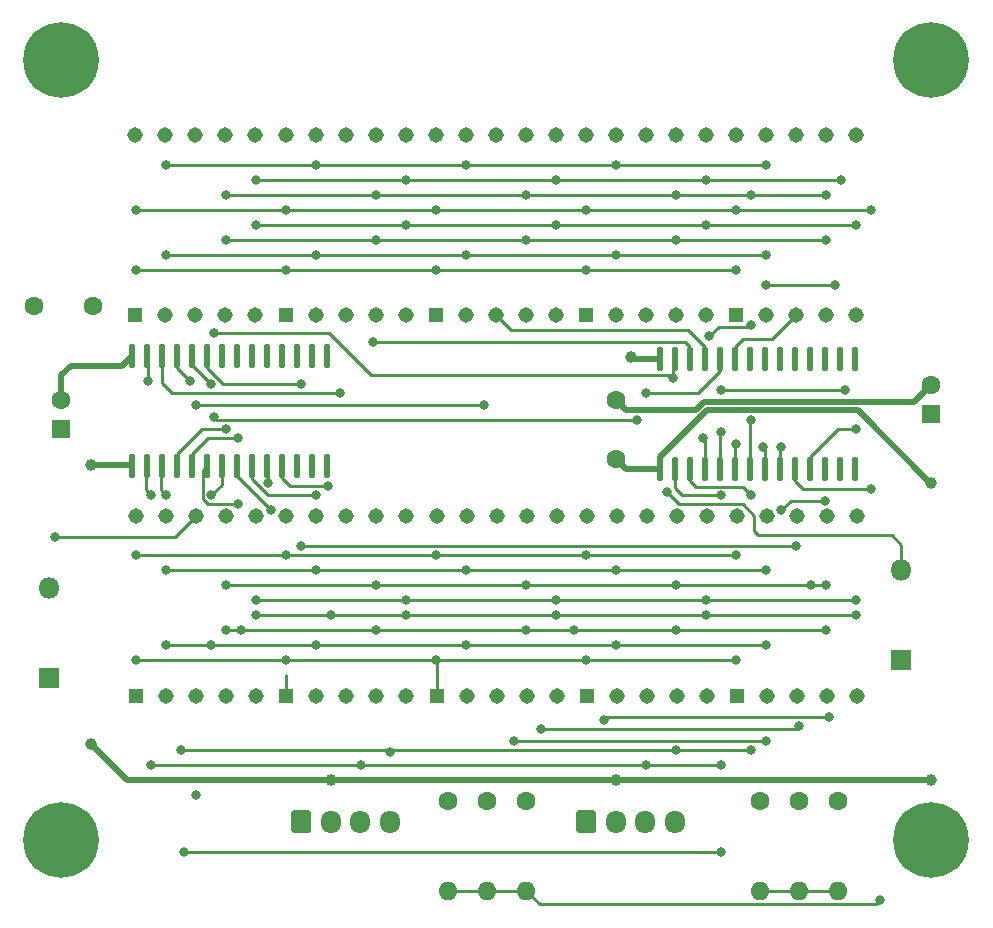
<source format=gbr>
%TF.GenerationSoftware,KiCad,Pcbnew,5.1.9-73d0e3b20d~88~ubuntu20.04.1*%
%TF.CreationDate,2021-05-01T11:52:03+02:00*%
%TF.ProjectId,anna_elsa_credit_display,616e6e61-5f65-46c7-9361-5f6372656469,rev?*%
%TF.SameCoordinates,Original*%
%TF.FileFunction,Copper,L2,Bot*%
%TF.FilePolarity,Positive*%
%FSLAX46Y46*%
G04 Gerber Fmt 4.6, Leading zero omitted, Abs format (unit mm)*
G04 Created by KiCad (PCBNEW 5.1.9-73d0e3b20d~88~ubuntu20.04.1) date 2021-05-01 11:52:03*
%MOMM*%
%LPD*%
G01*
G04 APERTURE LIST*
%TA.AperFunction,ComponentPad*%
%ADD10C,1.308000*%
%TD*%
%TA.AperFunction,ComponentPad*%
%ADD11R,1.308000X1.308000*%
%TD*%
%TA.AperFunction,ComponentPad*%
%ADD12O,1.800000X1.800000*%
%TD*%
%TA.AperFunction,ComponentPad*%
%ADD13R,1.800000X1.800000*%
%TD*%
%TA.AperFunction,ComponentPad*%
%ADD14O,1.600000X1.600000*%
%TD*%
%TA.AperFunction,ComponentPad*%
%ADD15C,1.600000*%
%TD*%
%TA.AperFunction,ComponentPad*%
%ADD16R,1.600000X1.600000*%
%TD*%
%TA.AperFunction,ComponentPad*%
%ADD17C,6.400000*%
%TD*%
%TA.AperFunction,ComponentPad*%
%ADD18O,1.700000X1.950000*%
%TD*%
%TA.AperFunction,ViaPad*%
%ADD19C,0.800000*%
%TD*%
%TA.AperFunction,ViaPad*%
%ADD20C,1.000000*%
%TD*%
%TA.AperFunction,Conductor*%
%ADD21C,0.250000*%
%TD*%
%TA.AperFunction,Conductor*%
%ADD22C,0.500000*%
%TD*%
G04 APERTURE END LIST*
D10*
%TO.P,D4,10*%
%TO.N,/G_1*%
X133320000Y-39380000D03*
%TO.P,D4,9*%
%TO.N,/F_1*%
X135860000Y-39380000D03*
%TO.P,D4,8*%
%TO.N,/7_SEG_4*%
X138400000Y-39380000D03*
%TO.P,D4,7*%
%TO.N,/A_1*%
X140940000Y-39380000D03*
%TO.P,D4,6*%
%TO.N,/B_1*%
X143480000Y-39380000D03*
%TO.P,D4,5*%
%TO.N,/DP_1*%
X143480000Y-54620000D03*
%TO.P,D4,4*%
%TO.N,/C_1*%
X140940000Y-54620000D03*
%TO.P,D4,3*%
%TO.N,/7_SEG_4*%
X138400000Y-54620000D03*
%TO.P,D4,2*%
%TO.N,/D_1*%
X135860000Y-54620000D03*
D11*
%TO.P,D4,1*%
%TO.N,/E_1*%
X133320000Y-54620000D03*
%TD*%
D12*
%TO.P,D12,2*%
%TO.N,/7_SEG_1*%
X160020000Y-76200000D03*
D13*
%TO.P,D12,1*%
%TO.N,Net-(D12-Pad1)*%
X160020000Y-83820000D03*
%TD*%
D12*
%TO.P,D11,2*%
%TO.N,/7_SEG_6*%
X87884000Y-77724000D03*
D13*
%TO.P,D11,1*%
%TO.N,Net-(D11-Pad1)*%
X87884000Y-85344000D03*
%TD*%
D14*
%TO.P,R6,2*%
%TO.N,Net-(D12-Pad1)*%
X121666000Y-103378000D03*
D15*
%TO.P,R6,1*%
%TO.N,Net-(JP6-Pad1)*%
X121666000Y-95758000D03*
%TD*%
D14*
%TO.P,R5,2*%
%TO.N,Net-(D12-Pad1)*%
X124968000Y-103378000D03*
D15*
%TO.P,R5,1*%
%TO.N,Net-(JP5-Pad1)*%
X124968000Y-95758000D03*
%TD*%
D14*
%TO.P,R4,2*%
%TO.N,Net-(D12-Pad1)*%
X128270000Y-103378000D03*
D15*
%TO.P,R4,1*%
%TO.N,Net-(JP4-Pad1)*%
X128270000Y-95758000D03*
%TD*%
D14*
%TO.P,R3,2*%
%TO.N,Net-(D11-Pad1)*%
X148082000Y-103378000D03*
D15*
%TO.P,R3,1*%
%TO.N,Net-(JP3-Pad1)*%
X148082000Y-95758000D03*
%TD*%
D14*
%TO.P,R2,2*%
%TO.N,Net-(D11-Pad1)*%
X151384000Y-103378000D03*
D15*
%TO.P,R2,1*%
%TO.N,Net-(JP2-Pad1)*%
X151384000Y-95758000D03*
%TD*%
D14*
%TO.P,R1,2*%
%TO.N,Net-(D11-Pad1)*%
X154686000Y-103378000D03*
D15*
%TO.P,R1,1*%
%TO.N,Net-(JP1-Pad1)*%
X154686000Y-95758000D03*
%TD*%
%TO.P,C4,2*%
%TO.N,GND*%
X162560000Y-60492000D03*
D16*
%TO.P,C4,1*%
%TO.N,+5V*%
X162560000Y-62992000D03*
%TD*%
D15*
%TO.P,C3,2*%
%TO.N,GND*%
X135890000Y-61802000D03*
%TO.P,C3,1*%
%TO.N,+5V*%
X135890000Y-66802000D03*
%TD*%
%TO.P,C2,2*%
%TO.N,GND*%
X88900000Y-61762000D03*
D16*
%TO.P,C2,1*%
%TO.N,+5V*%
X88900000Y-64262000D03*
%TD*%
D15*
%TO.P,C1,2*%
%TO.N,GND*%
X91614000Y-53848000D03*
%TO.P,C1,1*%
%TO.N,+5V*%
X86614000Y-53848000D03*
%TD*%
%TO.P,J4,15*%
%TO.N,Net-(J4-Pad15)*%
%TA.AperFunction,SMDPad,CuDef*%
G36*
G01*
X111241500Y-66388000D02*
X111516500Y-66388000D01*
G75*
G02*
X111654000Y-66525500I0J-137500D01*
G01*
X111654000Y-68250500D01*
G75*
G02*
X111516500Y-68388000I-137500J0D01*
G01*
X111241500Y-68388000D01*
G75*
G02*
X111104000Y-68250500I0J137500D01*
G01*
X111104000Y-66525500D01*
G75*
G02*
X111241500Y-66388000I137500J0D01*
G01*
G37*
%TD.AperFunction*%
%TO.P,J4,16*%
%TO.N,Net-(J4-Pad16)*%
%TA.AperFunction,SMDPad,CuDef*%
G36*
G01*
X109971500Y-66388000D02*
X110246500Y-66388000D01*
G75*
G02*
X110384000Y-66525500I0J-137500D01*
G01*
X110384000Y-68250500D01*
G75*
G02*
X110246500Y-68388000I-137500J0D01*
G01*
X109971500Y-68388000D01*
G75*
G02*
X109834000Y-68250500I0J137500D01*
G01*
X109834000Y-66525500D01*
G75*
G02*
X109971500Y-66388000I137500J0D01*
G01*
G37*
%TD.AperFunction*%
%TO.P,J4,14*%
%TO.N,Net-(J4-Pad14)*%
%TA.AperFunction,SMDPad,CuDef*%
G36*
G01*
X111241500Y-57088000D02*
X111516500Y-57088000D01*
G75*
G02*
X111654000Y-57225500I0J-137500D01*
G01*
X111654000Y-58950500D01*
G75*
G02*
X111516500Y-59088000I-137500J0D01*
G01*
X111241500Y-59088000D01*
G75*
G02*
X111104000Y-58950500I0J137500D01*
G01*
X111104000Y-57225500D01*
G75*
G02*
X111241500Y-57088000I137500J0D01*
G01*
G37*
%TD.AperFunction*%
%TO.P,J4,13*%
%TO.N,Net-(J4-Pad13)*%
%TA.AperFunction,SMDPad,CuDef*%
G36*
G01*
X109971500Y-57088000D02*
X110246500Y-57088000D01*
G75*
G02*
X110384000Y-57225500I0J-137500D01*
G01*
X110384000Y-58950500D01*
G75*
G02*
X110246500Y-59088000I-137500J0D01*
G01*
X109971500Y-59088000D01*
G75*
G02*
X109834000Y-58950500I0J137500D01*
G01*
X109834000Y-57225500D01*
G75*
G02*
X109971500Y-57088000I137500J0D01*
G01*
G37*
%TD.AperFunction*%
%TO.P,J4,28*%
%TO.N,+5V*%
%TA.AperFunction,SMDPad,CuDef*%
G36*
G01*
X94731500Y-66388000D02*
X95006500Y-66388000D01*
G75*
G02*
X95144000Y-66525500I0J-137500D01*
G01*
X95144000Y-68250500D01*
G75*
G02*
X95006500Y-68388000I-137500J0D01*
G01*
X94731500Y-68388000D01*
G75*
G02*
X94594000Y-68250500I0J137500D01*
G01*
X94594000Y-66525500D01*
G75*
G02*
X94731500Y-66388000I137500J0D01*
G01*
G37*
%TD.AperFunction*%
%TO.P,J4,27*%
%TO.N,SDA*%
%TA.AperFunction,SMDPad,CuDef*%
G36*
G01*
X96001500Y-66388000D02*
X96276500Y-66388000D01*
G75*
G02*
X96414000Y-66525500I0J-137500D01*
G01*
X96414000Y-68250500D01*
G75*
G02*
X96276500Y-68388000I-137500J0D01*
G01*
X96001500Y-68388000D01*
G75*
G02*
X95864000Y-68250500I0J137500D01*
G01*
X95864000Y-66525500D01*
G75*
G02*
X96001500Y-66388000I137500J0D01*
G01*
G37*
%TD.AperFunction*%
%TO.P,J4,26*%
%TO.N,SCL*%
%TA.AperFunction,SMDPad,CuDef*%
G36*
G01*
X97271500Y-66388000D02*
X97546500Y-66388000D01*
G75*
G02*
X97684000Y-66525500I0J-137500D01*
G01*
X97684000Y-68250500D01*
G75*
G02*
X97546500Y-68388000I-137500J0D01*
G01*
X97271500Y-68388000D01*
G75*
G02*
X97134000Y-68250500I0J137500D01*
G01*
X97134000Y-66525500D01*
G75*
G02*
X97271500Y-66388000I137500J0D01*
G01*
G37*
%TD.AperFunction*%
%TO.P,J4,25*%
%TO.N,/A_2*%
%TA.AperFunction,SMDPad,CuDef*%
G36*
G01*
X98541500Y-66388000D02*
X98816500Y-66388000D01*
G75*
G02*
X98954000Y-66525500I0J-137500D01*
G01*
X98954000Y-68250500D01*
G75*
G02*
X98816500Y-68388000I-137500J0D01*
G01*
X98541500Y-68388000D01*
G75*
G02*
X98404000Y-68250500I0J137500D01*
G01*
X98404000Y-66525500D01*
G75*
G02*
X98541500Y-66388000I137500J0D01*
G01*
G37*
%TD.AperFunction*%
%TO.P,J4,24*%
%TO.N,/B_2*%
%TA.AperFunction,SMDPad,CuDef*%
G36*
G01*
X99811500Y-66388000D02*
X100086500Y-66388000D01*
G75*
G02*
X100224000Y-66525500I0J-137500D01*
G01*
X100224000Y-68250500D01*
G75*
G02*
X100086500Y-68388000I-137500J0D01*
G01*
X99811500Y-68388000D01*
G75*
G02*
X99674000Y-68250500I0J137500D01*
G01*
X99674000Y-66525500D01*
G75*
G02*
X99811500Y-66388000I137500J0D01*
G01*
G37*
%TD.AperFunction*%
%TO.P,J4,23*%
%TO.N,/C_2*%
%TA.AperFunction,SMDPad,CuDef*%
G36*
G01*
X101081500Y-66388000D02*
X101356500Y-66388000D01*
G75*
G02*
X101494000Y-66525500I0J-137500D01*
G01*
X101494000Y-68250500D01*
G75*
G02*
X101356500Y-68388000I-137500J0D01*
G01*
X101081500Y-68388000D01*
G75*
G02*
X100944000Y-68250500I0J137500D01*
G01*
X100944000Y-66525500D01*
G75*
G02*
X101081500Y-66388000I137500J0D01*
G01*
G37*
%TD.AperFunction*%
%TO.P,J4,22*%
%TO.N,/D_2*%
%TA.AperFunction,SMDPad,CuDef*%
G36*
G01*
X102351500Y-66388000D02*
X102626500Y-66388000D01*
G75*
G02*
X102764000Y-66525500I0J-137500D01*
G01*
X102764000Y-68250500D01*
G75*
G02*
X102626500Y-68388000I-137500J0D01*
G01*
X102351500Y-68388000D01*
G75*
G02*
X102214000Y-68250500I0J137500D01*
G01*
X102214000Y-66525500D01*
G75*
G02*
X102351500Y-66388000I137500J0D01*
G01*
G37*
%TD.AperFunction*%
%TO.P,J4,21*%
%TO.N,/E_2*%
%TA.AperFunction,SMDPad,CuDef*%
G36*
G01*
X103621500Y-66388000D02*
X103896500Y-66388000D01*
G75*
G02*
X104034000Y-66525500I0J-137500D01*
G01*
X104034000Y-68250500D01*
G75*
G02*
X103896500Y-68388000I-137500J0D01*
G01*
X103621500Y-68388000D01*
G75*
G02*
X103484000Y-68250500I0J137500D01*
G01*
X103484000Y-66525500D01*
G75*
G02*
X103621500Y-66388000I137500J0D01*
G01*
G37*
%TD.AperFunction*%
%TO.P,J4,20*%
%TO.N,/F_2*%
%TA.AperFunction,SMDPad,CuDef*%
G36*
G01*
X104891500Y-66388000D02*
X105166500Y-66388000D01*
G75*
G02*
X105304000Y-66525500I0J-137500D01*
G01*
X105304000Y-68250500D01*
G75*
G02*
X105166500Y-68388000I-137500J0D01*
G01*
X104891500Y-68388000D01*
G75*
G02*
X104754000Y-68250500I0J137500D01*
G01*
X104754000Y-66525500D01*
G75*
G02*
X104891500Y-66388000I137500J0D01*
G01*
G37*
%TD.AperFunction*%
%TO.P,J4,19*%
%TO.N,/G_2*%
%TA.AperFunction,SMDPad,CuDef*%
G36*
G01*
X106161500Y-66388000D02*
X106436500Y-66388000D01*
G75*
G02*
X106574000Y-66525500I0J-137500D01*
G01*
X106574000Y-68250500D01*
G75*
G02*
X106436500Y-68388000I-137500J0D01*
G01*
X106161500Y-68388000D01*
G75*
G02*
X106024000Y-68250500I0J137500D01*
G01*
X106024000Y-66525500D01*
G75*
G02*
X106161500Y-66388000I137500J0D01*
G01*
G37*
%TD.AperFunction*%
%TO.P,J4,18*%
%TO.N,/DP_2*%
%TA.AperFunction,SMDPad,CuDef*%
G36*
G01*
X107431500Y-66388000D02*
X107706500Y-66388000D01*
G75*
G02*
X107844000Y-66525500I0J-137500D01*
G01*
X107844000Y-68250500D01*
G75*
G02*
X107706500Y-68388000I-137500J0D01*
G01*
X107431500Y-68388000D01*
G75*
G02*
X107294000Y-68250500I0J137500D01*
G01*
X107294000Y-66525500D01*
G75*
G02*
X107431500Y-66388000I137500J0D01*
G01*
G37*
%TD.AperFunction*%
%TO.P,J4,17*%
%TO.N,Net-(J4-Pad17)*%
%TA.AperFunction,SMDPad,CuDef*%
G36*
G01*
X108701500Y-66388000D02*
X108976500Y-66388000D01*
G75*
G02*
X109114000Y-66525500I0J-137500D01*
G01*
X109114000Y-68250500D01*
G75*
G02*
X108976500Y-68388000I-137500J0D01*
G01*
X108701500Y-68388000D01*
G75*
G02*
X108564000Y-68250500I0J137500D01*
G01*
X108564000Y-66525500D01*
G75*
G02*
X108701500Y-66388000I137500J0D01*
G01*
G37*
%TD.AperFunction*%
%TO.P,J4,12*%
%TO.N,Net-(J4-Pad12)*%
%TA.AperFunction,SMDPad,CuDef*%
G36*
G01*
X108701500Y-57088000D02*
X108976500Y-57088000D01*
G75*
G02*
X109114000Y-57225500I0J-137500D01*
G01*
X109114000Y-58950500D01*
G75*
G02*
X108976500Y-59088000I-137500J0D01*
G01*
X108701500Y-59088000D01*
G75*
G02*
X108564000Y-58950500I0J137500D01*
G01*
X108564000Y-57225500D01*
G75*
G02*
X108701500Y-57088000I137500J0D01*
G01*
G37*
%TD.AperFunction*%
%TO.P,J4,11*%
%TO.N,Net-(J4-Pad11)*%
%TA.AperFunction,SMDPad,CuDef*%
G36*
G01*
X107431500Y-57088000D02*
X107706500Y-57088000D01*
G75*
G02*
X107844000Y-57225500I0J-137500D01*
G01*
X107844000Y-58950500D01*
G75*
G02*
X107706500Y-59088000I-137500J0D01*
G01*
X107431500Y-59088000D01*
G75*
G02*
X107294000Y-58950500I0J137500D01*
G01*
X107294000Y-57225500D01*
G75*
G02*
X107431500Y-57088000I137500J0D01*
G01*
G37*
%TD.AperFunction*%
%TO.P,J4,10*%
%TO.N,Net-(J4-Pad10)*%
%TA.AperFunction,SMDPad,CuDef*%
G36*
G01*
X106161500Y-57088000D02*
X106436500Y-57088000D01*
G75*
G02*
X106574000Y-57225500I0J-137500D01*
G01*
X106574000Y-58950500D01*
G75*
G02*
X106436500Y-59088000I-137500J0D01*
G01*
X106161500Y-59088000D01*
G75*
G02*
X106024000Y-58950500I0J137500D01*
G01*
X106024000Y-57225500D01*
G75*
G02*
X106161500Y-57088000I137500J0D01*
G01*
G37*
%TD.AperFunction*%
%TO.P,J4,9*%
%TO.N,Net-(J4-Pad9)*%
%TA.AperFunction,SMDPad,CuDef*%
G36*
G01*
X104891500Y-57088000D02*
X105166500Y-57088000D01*
G75*
G02*
X105304000Y-57225500I0J-137500D01*
G01*
X105304000Y-58950500D01*
G75*
G02*
X105166500Y-59088000I-137500J0D01*
G01*
X104891500Y-59088000D01*
G75*
G02*
X104754000Y-58950500I0J137500D01*
G01*
X104754000Y-57225500D01*
G75*
G02*
X104891500Y-57088000I137500J0D01*
G01*
G37*
%TD.AperFunction*%
%TO.P,J4,8*%
%TO.N,Net-(J4-Pad8)*%
%TA.AperFunction,SMDPad,CuDef*%
G36*
G01*
X103621500Y-57088000D02*
X103896500Y-57088000D01*
G75*
G02*
X104034000Y-57225500I0J-137500D01*
G01*
X104034000Y-58950500D01*
G75*
G02*
X103896500Y-59088000I-137500J0D01*
G01*
X103621500Y-59088000D01*
G75*
G02*
X103484000Y-58950500I0J137500D01*
G01*
X103484000Y-57225500D01*
G75*
G02*
X103621500Y-57088000I137500J0D01*
G01*
G37*
%TD.AperFunction*%
%TO.P,J4,7*%
%TO.N,Net-(J4-Pad7)*%
%TA.AperFunction,SMDPad,CuDef*%
G36*
G01*
X102351500Y-57088000D02*
X102626500Y-57088000D01*
G75*
G02*
X102764000Y-57225500I0J-137500D01*
G01*
X102764000Y-58950500D01*
G75*
G02*
X102626500Y-59088000I-137500J0D01*
G01*
X102351500Y-59088000D01*
G75*
G02*
X102214000Y-58950500I0J137500D01*
G01*
X102214000Y-57225500D01*
G75*
G02*
X102351500Y-57088000I137500J0D01*
G01*
G37*
%TD.AperFunction*%
%TO.P,J4,6*%
%TO.N,/7_SEG_10*%
%TA.AperFunction,SMDPad,CuDef*%
G36*
G01*
X101081500Y-57088000D02*
X101356500Y-57088000D01*
G75*
G02*
X101494000Y-57225500I0J-137500D01*
G01*
X101494000Y-58950500D01*
G75*
G02*
X101356500Y-59088000I-137500J0D01*
G01*
X101081500Y-59088000D01*
G75*
G02*
X100944000Y-58950500I0J137500D01*
G01*
X100944000Y-57225500D01*
G75*
G02*
X101081500Y-57088000I137500J0D01*
G01*
G37*
%TD.AperFunction*%
%TO.P,J4,5*%
%TO.N,/7_SEG_9*%
%TA.AperFunction,SMDPad,CuDef*%
G36*
G01*
X99811500Y-57088000D02*
X100086500Y-57088000D01*
G75*
G02*
X100224000Y-57225500I0J-137500D01*
G01*
X100224000Y-58950500D01*
G75*
G02*
X100086500Y-59088000I-137500J0D01*
G01*
X99811500Y-59088000D01*
G75*
G02*
X99674000Y-58950500I0J137500D01*
G01*
X99674000Y-57225500D01*
G75*
G02*
X99811500Y-57088000I137500J0D01*
G01*
G37*
%TD.AperFunction*%
%TO.P,J4,4*%
%TO.N,/7_SEG_8*%
%TA.AperFunction,SMDPad,CuDef*%
G36*
G01*
X98541500Y-57088000D02*
X98816500Y-57088000D01*
G75*
G02*
X98954000Y-57225500I0J-137500D01*
G01*
X98954000Y-58950500D01*
G75*
G02*
X98816500Y-59088000I-137500J0D01*
G01*
X98541500Y-59088000D01*
G75*
G02*
X98404000Y-58950500I0J137500D01*
G01*
X98404000Y-57225500D01*
G75*
G02*
X98541500Y-57088000I137500J0D01*
G01*
G37*
%TD.AperFunction*%
%TO.P,J4,3*%
%TO.N,/7_SEG_7*%
%TA.AperFunction,SMDPad,CuDef*%
G36*
G01*
X97271500Y-57088000D02*
X97546500Y-57088000D01*
G75*
G02*
X97684000Y-57225500I0J-137500D01*
G01*
X97684000Y-58950500D01*
G75*
G02*
X97546500Y-59088000I-137500J0D01*
G01*
X97271500Y-59088000D01*
G75*
G02*
X97134000Y-58950500I0J137500D01*
G01*
X97134000Y-57225500D01*
G75*
G02*
X97271500Y-57088000I137500J0D01*
G01*
G37*
%TD.AperFunction*%
%TO.P,J4,2*%
%TO.N,/7_SEG_6*%
%TA.AperFunction,SMDPad,CuDef*%
G36*
G01*
X96001500Y-57088000D02*
X96276500Y-57088000D01*
G75*
G02*
X96414000Y-57225500I0J-137500D01*
G01*
X96414000Y-58950500D01*
G75*
G02*
X96276500Y-59088000I-137500J0D01*
G01*
X96001500Y-59088000D01*
G75*
G02*
X95864000Y-58950500I0J137500D01*
G01*
X95864000Y-57225500D01*
G75*
G02*
X96001500Y-57088000I137500J0D01*
G01*
G37*
%TD.AperFunction*%
%TO.P,J4,1*%
%TO.N,GND*%
%TA.AperFunction,SMDPad,CuDef*%
G36*
G01*
X94731500Y-57088000D02*
X95006500Y-57088000D01*
G75*
G02*
X95144000Y-57225500I0J-137500D01*
G01*
X95144000Y-58950500D01*
G75*
G02*
X95006500Y-59088000I-137500J0D01*
G01*
X94731500Y-59088000D01*
G75*
G02*
X94594000Y-58950500I0J137500D01*
G01*
X94594000Y-57225500D01*
G75*
G02*
X94731500Y-57088000I137500J0D01*
G01*
G37*
%TD.AperFunction*%
%TD*%
%TO.P,J1,15*%
%TO.N,Net-(J1-Pad15)*%
%TA.AperFunction,SMDPad,CuDef*%
G36*
G01*
X155945500Y-66642000D02*
X156220500Y-66642000D01*
G75*
G02*
X156358000Y-66779500I0J-137500D01*
G01*
X156358000Y-68504500D01*
G75*
G02*
X156220500Y-68642000I-137500J0D01*
G01*
X155945500Y-68642000D01*
G75*
G02*
X155808000Y-68504500I0J137500D01*
G01*
X155808000Y-66779500D01*
G75*
G02*
X155945500Y-66642000I137500J0D01*
G01*
G37*
%TD.AperFunction*%
%TO.P,J1,16*%
%TO.N,Net-(J1-Pad16)*%
%TA.AperFunction,SMDPad,CuDef*%
G36*
G01*
X154675500Y-66642000D02*
X154950500Y-66642000D01*
G75*
G02*
X155088000Y-66779500I0J-137500D01*
G01*
X155088000Y-68504500D01*
G75*
G02*
X154950500Y-68642000I-137500J0D01*
G01*
X154675500Y-68642000D01*
G75*
G02*
X154538000Y-68504500I0J137500D01*
G01*
X154538000Y-66779500D01*
G75*
G02*
X154675500Y-66642000I137500J0D01*
G01*
G37*
%TD.AperFunction*%
%TO.P,J1,14*%
%TO.N,Net-(J1-Pad14)*%
%TA.AperFunction,SMDPad,CuDef*%
G36*
G01*
X155945500Y-57342000D02*
X156220500Y-57342000D01*
G75*
G02*
X156358000Y-57479500I0J-137500D01*
G01*
X156358000Y-59204500D01*
G75*
G02*
X156220500Y-59342000I-137500J0D01*
G01*
X155945500Y-59342000D01*
G75*
G02*
X155808000Y-59204500I0J137500D01*
G01*
X155808000Y-57479500D01*
G75*
G02*
X155945500Y-57342000I137500J0D01*
G01*
G37*
%TD.AperFunction*%
%TO.P,J1,13*%
%TO.N,Net-(J1-Pad13)*%
%TA.AperFunction,SMDPad,CuDef*%
G36*
G01*
X154675500Y-57342000D02*
X154950500Y-57342000D01*
G75*
G02*
X155088000Y-57479500I0J-137500D01*
G01*
X155088000Y-59204500D01*
G75*
G02*
X154950500Y-59342000I-137500J0D01*
G01*
X154675500Y-59342000D01*
G75*
G02*
X154538000Y-59204500I0J137500D01*
G01*
X154538000Y-57479500D01*
G75*
G02*
X154675500Y-57342000I137500J0D01*
G01*
G37*
%TD.AperFunction*%
%TO.P,J1,28*%
%TO.N,+5V*%
%TA.AperFunction,SMDPad,CuDef*%
G36*
G01*
X139435500Y-66642000D02*
X139710500Y-66642000D01*
G75*
G02*
X139848000Y-66779500I0J-137500D01*
G01*
X139848000Y-68504500D01*
G75*
G02*
X139710500Y-68642000I-137500J0D01*
G01*
X139435500Y-68642000D01*
G75*
G02*
X139298000Y-68504500I0J137500D01*
G01*
X139298000Y-66779500D01*
G75*
G02*
X139435500Y-66642000I137500J0D01*
G01*
G37*
%TD.AperFunction*%
%TO.P,J1,27*%
%TO.N,SDA*%
%TA.AperFunction,SMDPad,CuDef*%
G36*
G01*
X140705500Y-66642000D02*
X140980500Y-66642000D01*
G75*
G02*
X141118000Y-66779500I0J-137500D01*
G01*
X141118000Y-68504500D01*
G75*
G02*
X140980500Y-68642000I-137500J0D01*
G01*
X140705500Y-68642000D01*
G75*
G02*
X140568000Y-68504500I0J137500D01*
G01*
X140568000Y-66779500D01*
G75*
G02*
X140705500Y-66642000I137500J0D01*
G01*
G37*
%TD.AperFunction*%
%TO.P,J1,26*%
%TO.N,SCL*%
%TA.AperFunction,SMDPad,CuDef*%
G36*
G01*
X141975500Y-66642000D02*
X142250500Y-66642000D01*
G75*
G02*
X142388000Y-66779500I0J-137500D01*
G01*
X142388000Y-68504500D01*
G75*
G02*
X142250500Y-68642000I-137500J0D01*
G01*
X141975500Y-68642000D01*
G75*
G02*
X141838000Y-68504500I0J137500D01*
G01*
X141838000Y-66779500D01*
G75*
G02*
X141975500Y-66642000I137500J0D01*
G01*
G37*
%TD.AperFunction*%
%TO.P,J1,25*%
%TO.N,/A_1*%
%TA.AperFunction,SMDPad,CuDef*%
G36*
G01*
X143245500Y-66642000D02*
X143520500Y-66642000D01*
G75*
G02*
X143658000Y-66779500I0J-137500D01*
G01*
X143658000Y-68504500D01*
G75*
G02*
X143520500Y-68642000I-137500J0D01*
G01*
X143245500Y-68642000D01*
G75*
G02*
X143108000Y-68504500I0J137500D01*
G01*
X143108000Y-66779500D01*
G75*
G02*
X143245500Y-66642000I137500J0D01*
G01*
G37*
%TD.AperFunction*%
%TO.P,J1,24*%
%TO.N,/B_1*%
%TA.AperFunction,SMDPad,CuDef*%
G36*
G01*
X144515500Y-66642000D02*
X144790500Y-66642000D01*
G75*
G02*
X144928000Y-66779500I0J-137500D01*
G01*
X144928000Y-68504500D01*
G75*
G02*
X144790500Y-68642000I-137500J0D01*
G01*
X144515500Y-68642000D01*
G75*
G02*
X144378000Y-68504500I0J137500D01*
G01*
X144378000Y-66779500D01*
G75*
G02*
X144515500Y-66642000I137500J0D01*
G01*
G37*
%TD.AperFunction*%
%TO.P,J1,23*%
%TO.N,/C_1*%
%TA.AperFunction,SMDPad,CuDef*%
G36*
G01*
X145785500Y-66642000D02*
X146060500Y-66642000D01*
G75*
G02*
X146198000Y-66779500I0J-137500D01*
G01*
X146198000Y-68504500D01*
G75*
G02*
X146060500Y-68642000I-137500J0D01*
G01*
X145785500Y-68642000D01*
G75*
G02*
X145648000Y-68504500I0J137500D01*
G01*
X145648000Y-66779500D01*
G75*
G02*
X145785500Y-66642000I137500J0D01*
G01*
G37*
%TD.AperFunction*%
%TO.P,J1,22*%
%TO.N,/D_1*%
%TA.AperFunction,SMDPad,CuDef*%
G36*
G01*
X147055500Y-66642000D02*
X147330500Y-66642000D01*
G75*
G02*
X147468000Y-66779500I0J-137500D01*
G01*
X147468000Y-68504500D01*
G75*
G02*
X147330500Y-68642000I-137500J0D01*
G01*
X147055500Y-68642000D01*
G75*
G02*
X146918000Y-68504500I0J137500D01*
G01*
X146918000Y-66779500D01*
G75*
G02*
X147055500Y-66642000I137500J0D01*
G01*
G37*
%TD.AperFunction*%
%TO.P,J1,21*%
%TO.N,/E_1*%
%TA.AperFunction,SMDPad,CuDef*%
G36*
G01*
X148325500Y-66642000D02*
X148600500Y-66642000D01*
G75*
G02*
X148738000Y-66779500I0J-137500D01*
G01*
X148738000Y-68504500D01*
G75*
G02*
X148600500Y-68642000I-137500J0D01*
G01*
X148325500Y-68642000D01*
G75*
G02*
X148188000Y-68504500I0J137500D01*
G01*
X148188000Y-66779500D01*
G75*
G02*
X148325500Y-66642000I137500J0D01*
G01*
G37*
%TD.AperFunction*%
%TO.P,J1,20*%
%TO.N,/F_1*%
%TA.AperFunction,SMDPad,CuDef*%
G36*
G01*
X149595500Y-66642000D02*
X149870500Y-66642000D01*
G75*
G02*
X150008000Y-66779500I0J-137500D01*
G01*
X150008000Y-68504500D01*
G75*
G02*
X149870500Y-68642000I-137500J0D01*
G01*
X149595500Y-68642000D01*
G75*
G02*
X149458000Y-68504500I0J137500D01*
G01*
X149458000Y-66779500D01*
G75*
G02*
X149595500Y-66642000I137500J0D01*
G01*
G37*
%TD.AperFunction*%
%TO.P,J1,19*%
%TO.N,/G_1*%
%TA.AperFunction,SMDPad,CuDef*%
G36*
G01*
X150865500Y-66642000D02*
X151140500Y-66642000D01*
G75*
G02*
X151278000Y-66779500I0J-137500D01*
G01*
X151278000Y-68504500D01*
G75*
G02*
X151140500Y-68642000I-137500J0D01*
G01*
X150865500Y-68642000D01*
G75*
G02*
X150728000Y-68504500I0J137500D01*
G01*
X150728000Y-66779500D01*
G75*
G02*
X150865500Y-66642000I137500J0D01*
G01*
G37*
%TD.AperFunction*%
%TO.P,J1,18*%
%TO.N,/DP_1*%
%TA.AperFunction,SMDPad,CuDef*%
G36*
G01*
X152135500Y-66642000D02*
X152410500Y-66642000D01*
G75*
G02*
X152548000Y-66779500I0J-137500D01*
G01*
X152548000Y-68504500D01*
G75*
G02*
X152410500Y-68642000I-137500J0D01*
G01*
X152135500Y-68642000D01*
G75*
G02*
X151998000Y-68504500I0J137500D01*
G01*
X151998000Y-66779500D01*
G75*
G02*
X152135500Y-66642000I137500J0D01*
G01*
G37*
%TD.AperFunction*%
%TO.P,J1,17*%
%TO.N,Net-(J1-Pad17)*%
%TA.AperFunction,SMDPad,CuDef*%
G36*
G01*
X153405500Y-66642000D02*
X153680500Y-66642000D01*
G75*
G02*
X153818000Y-66779500I0J-137500D01*
G01*
X153818000Y-68504500D01*
G75*
G02*
X153680500Y-68642000I-137500J0D01*
G01*
X153405500Y-68642000D01*
G75*
G02*
X153268000Y-68504500I0J137500D01*
G01*
X153268000Y-66779500D01*
G75*
G02*
X153405500Y-66642000I137500J0D01*
G01*
G37*
%TD.AperFunction*%
%TO.P,J1,12*%
%TO.N,Net-(J1-Pad12)*%
%TA.AperFunction,SMDPad,CuDef*%
G36*
G01*
X153405500Y-57342000D02*
X153680500Y-57342000D01*
G75*
G02*
X153818000Y-57479500I0J-137500D01*
G01*
X153818000Y-59204500D01*
G75*
G02*
X153680500Y-59342000I-137500J0D01*
G01*
X153405500Y-59342000D01*
G75*
G02*
X153268000Y-59204500I0J137500D01*
G01*
X153268000Y-57479500D01*
G75*
G02*
X153405500Y-57342000I137500J0D01*
G01*
G37*
%TD.AperFunction*%
%TO.P,J1,11*%
%TO.N,Net-(J1-Pad11)*%
%TA.AperFunction,SMDPad,CuDef*%
G36*
G01*
X152135500Y-57342000D02*
X152410500Y-57342000D01*
G75*
G02*
X152548000Y-57479500I0J-137500D01*
G01*
X152548000Y-59204500D01*
G75*
G02*
X152410500Y-59342000I-137500J0D01*
G01*
X152135500Y-59342000D01*
G75*
G02*
X151998000Y-59204500I0J137500D01*
G01*
X151998000Y-57479500D01*
G75*
G02*
X152135500Y-57342000I137500J0D01*
G01*
G37*
%TD.AperFunction*%
%TO.P,J1,10*%
%TO.N,Net-(J1-Pad10)*%
%TA.AperFunction,SMDPad,CuDef*%
G36*
G01*
X150865500Y-57342000D02*
X151140500Y-57342000D01*
G75*
G02*
X151278000Y-57479500I0J-137500D01*
G01*
X151278000Y-59204500D01*
G75*
G02*
X151140500Y-59342000I-137500J0D01*
G01*
X150865500Y-59342000D01*
G75*
G02*
X150728000Y-59204500I0J137500D01*
G01*
X150728000Y-57479500D01*
G75*
G02*
X150865500Y-57342000I137500J0D01*
G01*
G37*
%TD.AperFunction*%
%TO.P,J1,9*%
%TO.N,Net-(J1-Pad9)*%
%TA.AperFunction,SMDPad,CuDef*%
G36*
G01*
X149595500Y-57342000D02*
X149870500Y-57342000D01*
G75*
G02*
X150008000Y-57479500I0J-137500D01*
G01*
X150008000Y-59204500D01*
G75*
G02*
X149870500Y-59342000I-137500J0D01*
G01*
X149595500Y-59342000D01*
G75*
G02*
X149458000Y-59204500I0J137500D01*
G01*
X149458000Y-57479500D01*
G75*
G02*
X149595500Y-57342000I137500J0D01*
G01*
G37*
%TD.AperFunction*%
%TO.P,J1,8*%
%TO.N,Net-(J1-Pad8)*%
%TA.AperFunction,SMDPad,CuDef*%
G36*
G01*
X148325500Y-57342000D02*
X148600500Y-57342000D01*
G75*
G02*
X148738000Y-57479500I0J-137500D01*
G01*
X148738000Y-59204500D01*
G75*
G02*
X148600500Y-59342000I-137500J0D01*
G01*
X148325500Y-59342000D01*
G75*
G02*
X148188000Y-59204500I0J137500D01*
G01*
X148188000Y-57479500D01*
G75*
G02*
X148325500Y-57342000I137500J0D01*
G01*
G37*
%TD.AperFunction*%
%TO.P,J1,7*%
%TO.N,Net-(J1-Pad7)*%
%TA.AperFunction,SMDPad,CuDef*%
G36*
G01*
X147055500Y-57342000D02*
X147330500Y-57342000D01*
G75*
G02*
X147468000Y-57479500I0J-137500D01*
G01*
X147468000Y-59204500D01*
G75*
G02*
X147330500Y-59342000I-137500J0D01*
G01*
X147055500Y-59342000D01*
G75*
G02*
X146918000Y-59204500I0J137500D01*
G01*
X146918000Y-57479500D01*
G75*
G02*
X147055500Y-57342000I137500J0D01*
G01*
G37*
%TD.AperFunction*%
%TO.P,J1,6*%
%TO.N,/7_SEG_5*%
%TA.AperFunction,SMDPad,CuDef*%
G36*
G01*
X145785500Y-57342000D02*
X146060500Y-57342000D01*
G75*
G02*
X146198000Y-57479500I0J-137500D01*
G01*
X146198000Y-59204500D01*
G75*
G02*
X146060500Y-59342000I-137500J0D01*
G01*
X145785500Y-59342000D01*
G75*
G02*
X145648000Y-59204500I0J137500D01*
G01*
X145648000Y-57479500D01*
G75*
G02*
X145785500Y-57342000I137500J0D01*
G01*
G37*
%TD.AperFunction*%
%TO.P,J1,5*%
%TO.N,/7_SEG_4*%
%TA.AperFunction,SMDPad,CuDef*%
G36*
G01*
X144515500Y-57342000D02*
X144790500Y-57342000D01*
G75*
G02*
X144928000Y-57479500I0J-137500D01*
G01*
X144928000Y-59204500D01*
G75*
G02*
X144790500Y-59342000I-137500J0D01*
G01*
X144515500Y-59342000D01*
G75*
G02*
X144378000Y-59204500I0J137500D01*
G01*
X144378000Y-57479500D01*
G75*
G02*
X144515500Y-57342000I137500J0D01*
G01*
G37*
%TD.AperFunction*%
%TO.P,J1,4*%
%TO.N,/7_SEG_3*%
%TA.AperFunction,SMDPad,CuDef*%
G36*
G01*
X143245500Y-57342000D02*
X143520500Y-57342000D01*
G75*
G02*
X143658000Y-57479500I0J-137500D01*
G01*
X143658000Y-59204500D01*
G75*
G02*
X143520500Y-59342000I-137500J0D01*
G01*
X143245500Y-59342000D01*
G75*
G02*
X143108000Y-59204500I0J137500D01*
G01*
X143108000Y-57479500D01*
G75*
G02*
X143245500Y-57342000I137500J0D01*
G01*
G37*
%TD.AperFunction*%
%TO.P,J1,3*%
%TO.N,/7_SEG_2*%
%TA.AperFunction,SMDPad,CuDef*%
G36*
G01*
X141975500Y-57342000D02*
X142250500Y-57342000D01*
G75*
G02*
X142388000Y-57479500I0J-137500D01*
G01*
X142388000Y-59204500D01*
G75*
G02*
X142250500Y-59342000I-137500J0D01*
G01*
X141975500Y-59342000D01*
G75*
G02*
X141838000Y-59204500I0J137500D01*
G01*
X141838000Y-57479500D01*
G75*
G02*
X141975500Y-57342000I137500J0D01*
G01*
G37*
%TD.AperFunction*%
%TO.P,J1,2*%
%TO.N,/7_SEG_1*%
%TA.AperFunction,SMDPad,CuDef*%
G36*
G01*
X140705500Y-57342000D02*
X140980500Y-57342000D01*
G75*
G02*
X141118000Y-57479500I0J-137500D01*
G01*
X141118000Y-59204500D01*
G75*
G02*
X140980500Y-59342000I-137500J0D01*
G01*
X140705500Y-59342000D01*
G75*
G02*
X140568000Y-59204500I0J137500D01*
G01*
X140568000Y-57479500D01*
G75*
G02*
X140705500Y-57342000I137500J0D01*
G01*
G37*
%TD.AperFunction*%
%TO.P,J1,1*%
%TO.N,GND*%
%TA.AperFunction,SMDPad,CuDef*%
G36*
G01*
X139435500Y-57342000D02*
X139710500Y-57342000D01*
G75*
G02*
X139848000Y-57479500I0J-137500D01*
G01*
X139848000Y-59204500D01*
G75*
G02*
X139710500Y-59342000I-137500J0D01*
G01*
X139435500Y-59342000D01*
G75*
G02*
X139298000Y-59204500I0J137500D01*
G01*
X139298000Y-57479500D01*
G75*
G02*
X139435500Y-57342000I137500J0D01*
G01*
G37*
%TD.AperFunction*%
%TD*%
D10*
%TO.P,D1,10*%
%TO.N,/G_1*%
X95150000Y-39370000D03*
%TO.P,D1,9*%
%TO.N,/F_1*%
X97690000Y-39370000D03*
%TO.P,D1,8*%
%TO.N,/7_SEG_1*%
X100230000Y-39370000D03*
%TO.P,D1,7*%
%TO.N,/A_1*%
X102770000Y-39370000D03*
%TO.P,D1,6*%
%TO.N,/B_1*%
X105310000Y-39370000D03*
%TO.P,D1,5*%
%TO.N,/DP_1*%
X105310000Y-54610000D03*
%TO.P,D1,4*%
%TO.N,/C_1*%
X102770000Y-54610000D03*
%TO.P,D1,3*%
%TO.N,/7_SEG_1*%
X100230000Y-54610000D03*
%TO.P,D1,2*%
%TO.N,/D_1*%
X97690000Y-54610000D03*
D11*
%TO.P,D1,1*%
%TO.N,/E_1*%
X95150000Y-54610000D03*
%TD*%
D17*
%TO.P,H4,1*%
%TO.N,GND*%
X162560000Y-99060000D03*
%TD*%
%TO.P,H3,1*%
%TO.N,GND*%
X162560000Y-33020000D03*
%TD*%
%TO.P,H2,1*%
%TO.N,GND*%
X88900000Y-99060000D03*
%TD*%
%TO.P,H1,1*%
%TO.N,GND*%
X88900000Y-33020000D03*
%TD*%
D10*
%TO.P,D10,10*%
%TO.N,/G_2*%
X146120000Y-71580000D03*
%TO.P,D10,9*%
%TO.N,/F_2*%
X148660000Y-71580000D03*
%TO.P,D10,8*%
%TO.N,/7_SEG_10*%
X151200000Y-71580000D03*
%TO.P,D10,7*%
%TO.N,/A_2*%
X153740000Y-71580000D03*
%TO.P,D10,6*%
%TO.N,/B_2*%
X156280000Y-71580000D03*
%TO.P,D10,5*%
%TO.N,/DP_2*%
X156280000Y-86820000D03*
%TO.P,D10,4*%
%TO.N,/C_2*%
X153740000Y-86820000D03*
%TO.P,D10,3*%
%TO.N,/7_SEG_10*%
X151200000Y-86820000D03*
%TO.P,D10,2*%
%TO.N,/D_2*%
X148660000Y-86820000D03*
D11*
%TO.P,D10,1*%
%TO.N,/E_2*%
X146120000Y-86820000D03*
%TD*%
D10*
%TO.P,D5,10*%
%TO.N,/G_1*%
X146020000Y-39380000D03*
%TO.P,D5,9*%
%TO.N,/F_1*%
X148560000Y-39380000D03*
%TO.P,D5,8*%
%TO.N,/7_SEG_5*%
X151100000Y-39380000D03*
%TO.P,D5,7*%
%TO.N,/A_1*%
X153640000Y-39380000D03*
%TO.P,D5,6*%
%TO.N,/B_1*%
X156180000Y-39380000D03*
%TO.P,D5,5*%
%TO.N,/DP_1*%
X156180000Y-54620000D03*
%TO.P,D5,4*%
%TO.N,/C_1*%
X153640000Y-54620000D03*
%TO.P,D5,3*%
%TO.N,/7_SEG_5*%
X151100000Y-54620000D03*
%TO.P,D5,2*%
%TO.N,/D_1*%
X148560000Y-54620000D03*
D11*
%TO.P,D5,1*%
%TO.N,/E_1*%
X146020000Y-54620000D03*
%TD*%
D10*
%TO.P,D9,10*%
%TO.N,/G_2*%
X133420000Y-71580000D03*
%TO.P,D9,9*%
%TO.N,/F_2*%
X135960000Y-71580000D03*
%TO.P,D9,8*%
%TO.N,/7_SEG_9*%
X138500000Y-71580000D03*
%TO.P,D9,7*%
%TO.N,/A_2*%
X141040000Y-71580000D03*
%TO.P,D9,6*%
%TO.N,/B_2*%
X143580000Y-71580000D03*
%TO.P,D9,5*%
%TO.N,/DP_2*%
X143580000Y-86820000D03*
%TO.P,D9,4*%
%TO.N,/C_2*%
X141040000Y-86820000D03*
%TO.P,D9,3*%
%TO.N,/7_SEG_9*%
X138500000Y-86820000D03*
%TO.P,D9,2*%
%TO.N,/D_2*%
X135960000Y-86820000D03*
D11*
%TO.P,D9,1*%
%TO.N,/E_2*%
X133420000Y-86820000D03*
%TD*%
D10*
%TO.P,D8,10*%
%TO.N,/G_2*%
X120720000Y-71580000D03*
%TO.P,D8,9*%
%TO.N,/F_2*%
X123260000Y-71580000D03*
%TO.P,D8,8*%
%TO.N,/7_SEG_8*%
X125800000Y-71580000D03*
%TO.P,D8,7*%
%TO.N,/A_2*%
X128340000Y-71580000D03*
%TO.P,D8,6*%
%TO.N,/B_2*%
X130880000Y-71580000D03*
%TO.P,D8,5*%
%TO.N,/DP_2*%
X130880000Y-86820000D03*
%TO.P,D8,4*%
%TO.N,/C_2*%
X128340000Y-86820000D03*
%TO.P,D8,3*%
%TO.N,/7_SEG_8*%
X125800000Y-86820000D03*
%TO.P,D8,2*%
%TO.N,/D_2*%
X123260000Y-86820000D03*
D11*
%TO.P,D8,1*%
%TO.N,/E_2*%
X120720000Y-86820000D03*
%TD*%
D10*
%TO.P,D3,10*%
%TO.N,/G_1*%
X120620000Y-39380000D03*
%TO.P,D3,9*%
%TO.N,/F_1*%
X123160000Y-39380000D03*
%TO.P,D3,8*%
%TO.N,/7_SEG_3*%
X125700000Y-39380000D03*
%TO.P,D3,7*%
%TO.N,/A_1*%
X128240000Y-39380000D03*
%TO.P,D3,6*%
%TO.N,/B_1*%
X130780000Y-39380000D03*
%TO.P,D3,5*%
%TO.N,/DP_1*%
X130780000Y-54620000D03*
%TO.P,D3,4*%
%TO.N,/C_1*%
X128240000Y-54620000D03*
%TO.P,D3,3*%
%TO.N,/7_SEG_3*%
X125700000Y-54620000D03*
%TO.P,D3,2*%
%TO.N,/D_1*%
X123160000Y-54620000D03*
D11*
%TO.P,D3,1*%
%TO.N,/E_1*%
X120620000Y-54620000D03*
%TD*%
D10*
%TO.P,D7,10*%
%TO.N,/G_2*%
X107920000Y-71580000D03*
%TO.P,D7,9*%
%TO.N,/F_2*%
X110460000Y-71580000D03*
%TO.P,D7,8*%
%TO.N,/7_SEG_7*%
X113000000Y-71580000D03*
%TO.P,D7,7*%
%TO.N,/A_2*%
X115540000Y-71580000D03*
%TO.P,D7,6*%
%TO.N,/B_2*%
X118080000Y-71580000D03*
%TO.P,D7,5*%
%TO.N,/DP_2*%
X118080000Y-86820000D03*
%TO.P,D7,4*%
%TO.N,/C_2*%
X115540000Y-86820000D03*
%TO.P,D7,3*%
%TO.N,/7_SEG_7*%
X113000000Y-86820000D03*
%TO.P,D7,2*%
%TO.N,/D_2*%
X110460000Y-86820000D03*
D11*
%TO.P,D7,1*%
%TO.N,/E_2*%
X107920000Y-86820000D03*
%TD*%
D10*
%TO.P,D2,10*%
%TO.N,/G_1*%
X107920000Y-39380000D03*
%TO.P,D2,9*%
%TO.N,/F_1*%
X110460000Y-39380000D03*
%TO.P,D2,8*%
%TO.N,/7_SEG_2*%
X113000000Y-39380000D03*
%TO.P,D2,7*%
%TO.N,/A_1*%
X115540000Y-39380000D03*
%TO.P,D2,6*%
%TO.N,/B_1*%
X118080000Y-39380000D03*
%TO.P,D2,5*%
%TO.N,/DP_1*%
X118080000Y-54620000D03*
%TO.P,D2,4*%
%TO.N,/C_1*%
X115540000Y-54620000D03*
%TO.P,D2,3*%
%TO.N,/7_SEG_2*%
X113000000Y-54620000D03*
%TO.P,D2,2*%
%TO.N,/D_1*%
X110460000Y-54620000D03*
D11*
%TO.P,D2,1*%
%TO.N,/E_1*%
X107920000Y-54620000D03*
%TD*%
D10*
%TO.P,D6,10*%
%TO.N,/G_2*%
X95220000Y-71580000D03*
%TO.P,D6,9*%
%TO.N,/F_2*%
X97760000Y-71580000D03*
%TO.P,D6,8*%
%TO.N,/7_SEG_6*%
X100300000Y-71580000D03*
%TO.P,D6,7*%
%TO.N,/A_2*%
X102840000Y-71580000D03*
%TO.P,D6,6*%
%TO.N,/B_2*%
X105380000Y-71580000D03*
%TO.P,D6,5*%
%TO.N,/DP_2*%
X105380000Y-86820000D03*
%TO.P,D6,4*%
%TO.N,/C_2*%
X102840000Y-86820000D03*
%TO.P,D6,3*%
%TO.N,/7_SEG_6*%
X100300000Y-86820000D03*
%TO.P,D6,2*%
%TO.N,/D_2*%
X97760000Y-86820000D03*
D11*
%TO.P,D6,1*%
%TO.N,/E_2*%
X95220000Y-86820000D03*
%TD*%
D18*
%TO.P,J3,4*%
%TO.N,SCL*%
X140820000Y-97490000D03*
%TO.P,J3,3*%
%TO.N,SDA*%
X138320000Y-97490000D03*
%TO.P,J3,2*%
%TO.N,+5V*%
X135820000Y-97490000D03*
%TO.P,J3,1*%
%TO.N,GND*%
%TA.AperFunction,ComponentPad*%
G36*
G01*
X132470000Y-98215000D02*
X132470000Y-96765000D01*
G75*
G02*
X132720000Y-96515000I250000J0D01*
G01*
X133920000Y-96515000D01*
G75*
G02*
X134170000Y-96765000I0J-250000D01*
G01*
X134170000Y-98215000D01*
G75*
G02*
X133920000Y-98465000I-250000J0D01*
G01*
X132720000Y-98465000D01*
G75*
G02*
X132470000Y-98215000I0J250000D01*
G01*
G37*
%TD.AperFunction*%
%TD*%
%TO.P,J2,4*%
%TO.N,SCL*%
X116690000Y-97490000D03*
%TO.P,J2,3*%
%TO.N,SDA*%
X114190000Y-97490000D03*
%TO.P,J2,2*%
%TO.N,+5V*%
X111690000Y-97490000D03*
%TO.P,J2,1*%
%TO.N,GND*%
%TA.AperFunction,ComponentPad*%
G36*
G01*
X108340000Y-98215000D02*
X108340000Y-96765000D01*
G75*
G02*
X108590000Y-96515000I250000J0D01*
G01*
X109790000Y-96515000D01*
G75*
G02*
X110040000Y-96765000I0J-250000D01*
G01*
X110040000Y-98215000D01*
G75*
G02*
X109790000Y-98465000I-250000J0D01*
G01*
X108590000Y-98465000D01*
G75*
G02*
X108340000Y-98215000I0J250000D01*
G01*
G37*
%TD.AperFunction*%
%TD*%
D19*
%TO.N,SCL*%
X140970000Y-91440000D03*
X116690000Y-91590000D03*
X97790000Y-69850000D03*
X99060000Y-91440000D03*
X147320000Y-69850000D03*
X147320000Y-91440000D03*
%TO.N,SDA*%
X114300000Y-92710000D03*
X138430000Y-92710000D03*
X96520000Y-69850000D03*
X96520000Y-92710000D03*
X144780000Y-69850000D03*
X144780000Y-92710000D03*
D20*
%TO.N,+5V*%
X135890000Y-93980000D03*
X111760000Y-93980000D03*
X91440000Y-67310000D03*
X162560000Y-93980000D03*
X162560000Y-68834000D03*
X91440000Y-90932000D03*
%TO.N,GND*%
X137160000Y-58166000D03*
D19*
%TO.N,/A_1*%
X147320000Y-44450000D03*
X153670000Y-44450000D03*
X102870000Y-44450000D03*
X115570000Y-44450000D03*
X128270000Y-44450000D03*
X140970000Y-44450000D03*
X143764000Y-56388000D03*
X147320000Y-55449999D03*
X143256000Y-65024000D03*
%TO.N,/B_1*%
X153551346Y-70340270D03*
X149860000Y-71120000D03*
X154940000Y-43180000D03*
X105410000Y-43180000D03*
X118110000Y-43180000D03*
X130810000Y-43180000D03*
X143510000Y-43180000D03*
X144780000Y-64516000D03*
X144780000Y-60960000D03*
X155200999Y-60966999D03*
%TO.N,/C_1*%
X153670000Y-48260000D03*
X102870000Y-48260000D03*
X115570000Y-48260000D03*
X128270000Y-48260000D03*
X140970000Y-48260000D03*
X146050000Y-65532000D03*
%TO.N,/D_1*%
X148590000Y-49530000D03*
X97790000Y-49530000D03*
X110490000Y-49530000D03*
X123190000Y-49530000D03*
X135890000Y-49530000D03*
X154365000Y-52070000D03*
X148560000Y-52100000D03*
X147320000Y-63500000D03*
%TO.N,/E_1*%
X146050000Y-50800000D03*
X95250000Y-50800000D03*
X107950000Y-50800000D03*
X120650000Y-50800000D03*
X133350000Y-50800000D03*
X148336000Y-65786000D03*
%TO.N,/F_1*%
X148590000Y-41910000D03*
X97790000Y-41910000D03*
X110490000Y-41910000D03*
X123190000Y-41910000D03*
X135890000Y-41910000D03*
X149860000Y-65786000D03*
%TO.N,/G_1*%
X157480000Y-45720000D03*
X95250000Y-45720000D03*
X107950000Y-45720000D03*
X120650000Y-45720000D03*
X133350000Y-45720000D03*
X146050000Y-45720000D03*
X157480000Y-69342000D03*
%TO.N,/DP_1*%
X156210000Y-46990000D03*
X105410000Y-46990000D03*
X118110000Y-46990000D03*
X130810000Y-46990000D03*
X143510000Y-46990000D03*
X156210000Y-64262000D03*
%TO.N,/7_SEG_4*%
X138430000Y-61214000D03*
%TO.N,/7_SEG_2*%
X115316000Y-56896000D03*
%TO.N,/7_SEG_1*%
X140208000Y-69596000D03*
X140716000Y-59944000D03*
X101854000Y-56134000D03*
%TO.N,/A_2*%
X153670000Y-77470000D03*
X102870000Y-77470000D03*
X115570000Y-77470000D03*
X128270000Y-77470000D03*
X140970000Y-77470000D03*
X152400000Y-77470000D03*
X102870000Y-64262000D03*
%TO.N,/B_2*%
X156210000Y-78740000D03*
X105410000Y-78740000D03*
X118110000Y-78740000D03*
X130810000Y-78740000D03*
X143510000Y-78740000D03*
X103886000Y-65024000D03*
%TO.N,/C_2*%
X153670000Y-81280000D03*
X102870000Y-81280000D03*
X104140000Y-81280000D03*
X115570000Y-81280000D03*
X128270000Y-81280000D03*
X140970000Y-81280000D03*
X103886000Y-70612000D03*
X132334000Y-81280000D03*
%TO.N,/D_2*%
X148590000Y-82550000D03*
X97790000Y-82550000D03*
X135890000Y-82550000D03*
X123190000Y-82550000D03*
X110490000Y-82550000D03*
X101600000Y-82550000D03*
X101600000Y-69850000D03*
%TO.N,/E_2*%
X146050000Y-83820000D03*
X95250000Y-83820000D03*
X107950000Y-83820000D03*
X120650000Y-83820000D03*
X133350000Y-83820000D03*
X106680000Y-71120000D03*
%TO.N,/F_2*%
X148590000Y-76200000D03*
X97790000Y-76200000D03*
X110490000Y-76200000D03*
X123190000Y-76200000D03*
X135890000Y-76200000D03*
X110490000Y-69850000D03*
%TO.N,/G_2*%
X146050000Y-74930000D03*
X95250000Y-74930000D03*
X107950000Y-74930000D03*
X120650000Y-74930000D03*
X133350000Y-74930000D03*
X106426000Y-68834000D03*
%TO.N,/DP_2*%
X156210000Y-80010000D03*
X105410000Y-80010000D03*
X111760000Y-80010000D03*
X118110000Y-80010000D03*
X130810000Y-80010000D03*
X143510000Y-80010000D03*
X111506000Y-69088000D03*
%TO.N,/7_SEG_10*%
X151130000Y-74168000D03*
X109220000Y-74168000D03*
X109220000Y-60452000D03*
%TO.N,/7_SEG_9*%
X137668000Y-63500000D03*
X101854000Y-63246000D03*
X101578847Y-60473153D03*
%TO.N,/7_SEG_8*%
X100330000Y-62230000D03*
X99822000Y-60198000D03*
X124714000Y-62230000D03*
%TO.N,/7_SEG_7*%
X112522000Y-61214000D03*
%TO.N,/7_SEG_6*%
X100330000Y-95250000D03*
X96266000Y-60198000D03*
X88392000Y-73406000D03*
%TO.N,Net-(D11-Pad1)*%
X144780000Y-100076000D03*
X99314000Y-100076000D03*
%TO.N,Net-(D12-Pad1)*%
X158242000Y-104140000D03*
%TO.N,Net-(JP1-Pad1)*%
X153924000Y-88646000D03*
X134874000Y-88900000D03*
%TO.N,Net-(JP2-Pad1)*%
X151384000Y-89408000D03*
X129540000Y-89662000D03*
%TO.N,Net-(JP3-Pad1)*%
X148590000Y-90678000D03*
X127254000Y-90678000D03*
%TD*%
D21*
%TO.N,SCL*%
X116840000Y-91440000D02*
X116690000Y-91590000D01*
X140970000Y-91440000D02*
X116840000Y-91440000D01*
X97325000Y-69385000D02*
X97790000Y-69850000D01*
X116540000Y-91440000D02*
X116690000Y-91590000D01*
X99060000Y-91440000D02*
X116540000Y-91440000D01*
X147320000Y-91440000D02*
X140970000Y-91440000D01*
X97325000Y-67472000D02*
X97409000Y-67388000D01*
X97325000Y-69385000D02*
X97325000Y-67472000D01*
X142113000Y-68642000D02*
X142113000Y-67642000D01*
X146594999Y-69124999D02*
X142595999Y-69124999D01*
X142595999Y-69124999D02*
X142113000Y-68642000D01*
X147320000Y-69850000D02*
X146594999Y-69124999D01*
%TO.N,SDA*%
X114300000Y-92710000D02*
X138430000Y-92710000D01*
X96055000Y-69385000D02*
X96520000Y-69850000D01*
X96520000Y-92710000D02*
X114300000Y-92710000D01*
X144780000Y-92710000D02*
X138430000Y-92710000D01*
X144780000Y-69850000D02*
X141478000Y-69850000D01*
X140843000Y-69215000D02*
X140843000Y-67642000D01*
X141478000Y-69850000D02*
X140843000Y-69215000D01*
X96055000Y-67472000D02*
X96139000Y-67388000D01*
X96055000Y-69385000D02*
X96055000Y-67472000D01*
D22*
%TO.N,+5V*%
X135890000Y-93980000D02*
X111760000Y-93980000D01*
X135890000Y-93980000D02*
X162560000Y-93980000D01*
X94791000Y-67310000D02*
X94869000Y-67388000D01*
X91440000Y-67310000D02*
X94791000Y-67310000D01*
X139508000Y-67577000D02*
X139573000Y-67642000D01*
X156309999Y-62649999D02*
X162560000Y-68900000D01*
X143565001Y-62649999D02*
X156309999Y-62649999D01*
X139573000Y-66642000D02*
X143565001Y-62649999D01*
X139573000Y-67642000D02*
X139573000Y-66642000D01*
X136730000Y-67642000D02*
X135890000Y-66802000D01*
X139573000Y-67642000D02*
X136730000Y-67642000D01*
X94488000Y-93980000D02*
X91440000Y-90932000D01*
X94742000Y-93980000D02*
X94488000Y-93980000D01*
X111760000Y-93980000D02*
X94742000Y-93980000D01*
%TO.N,GND*%
X88900000Y-59690000D02*
X88900000Y-61762000D01*
X89675000Y-58915000D02*
X88900000Y-59690000D01*
X94042000Y-58915000D02*
X89675000Y-58915000D01*
X94869000Y-58088000D02*
X94042000Y-58915000D01*
X143275048Y-61949989D02*
X161102011Y-61949989D01*
X142623039Y-62601999D02*
X143275048Y-61949989D01*
X136689999Y-62601999D02*
X142623039Y-62601999D01*
X161102011Y-61949989D02*
X162560000Y-60492000D01*
X135890000Y-61802000D02*
X136689999Y-62601999D01*
X137336000Y-58342000D02*
X137160000Y-58166000D01*
X139573000Y-58342000D02*
X137336000Y-58342000D01*
D21*
%TO.N,/A_1*%
X147320000Y-44450000D02*
X153670000Y-44450000D01*
X128270000Y-44450000D02*
X102870000Y-44450000D01*
X140970000Y-44450000D02*
X128270000Y-44450000D01*
X147320000Y-44450000D02*
X140970000Y-44450000D01*
X147170998Y-55599001D02*
X147320000Y-55449999D01*
X144552999Y-55599001D02*
X147170998Y-55599001D01*
X143764000Y-56388000D02*
X144552999Y-55599001D01*
X143383000Y-65151000D02*
X143256000Y-65024000D01*
X143383000Y-67642000D02*
X143383000Y-65151000D01*
%TO.N,/B_1*%
X156180000Y-39380000D02*
X156200000Y-39380000D01*
X150639730Y-70340270D02*
X149860000Y-71120000D01*
X153551346Y-70340270D02*
X150639730Y-70340270D01*
X118110000Y-43180000D02*
X105410000Y-43180000D01*
X130810000Y-43180000D02*
X118110000Y-43180000D01*
X143510000Y-43180000D02*
X130810000Y-43180000D01*
X154940000Y-43180000D02*
X143510000Y-43180000D01*
X144653000Y-64643000D02*
X144780000Y-64516000D01*
X144653000Y-67642000D02*
X144653000Y-64643000D01*
X155194000Y-60960000D02*
X155200999Y-60966999D01*
X144780000Y-60960000D02*
X155194000Y-60960000D01*
%TO.N,/C_1*%
X128270000Y-48260000D02*
X102870000Y-48260000D01*
X140970000Y-48260000D02*
X128270000Y-48260000D01*
X153670000Y-48260000D02*
X140970000Y-48260000D01*
X145923000Y-65659000D02*
X146050000Y-65532000D01*
X145923000Y-67642000D02*
X145923000Y-65659000D01*
%TO.N,/D_1*%
X123190000Y-49530000D02*
X97790000Y-49530000D01*
X148590000Y-49530000D02*
X123190000Y-49530000D01*
X148590000Y-52070000D02*
X148560000Y-52100000D01*
X154365000Y-52070000D02*
X148590000Y-52070000D01*
X147193000Y-63627000D02*
X147320000Y-63500000D01*
X147193000Y-67642000D02*
X147193000Y-63627000D01*
%TO.N,/E_1*%
X146050000Y-50800000D02*
X95250000Y-50800000D01*
X148463000Y-65913000D02*
X148336000Y-65786000D01*
X148463000Y-67642000D02*
X148463000Y-65913000D01*
%TO.N,/F_1*%
X123190000Y-41910000D02*
X97790000Y-41910000D01*
X135890000Y-41910000D02*
X123190000Y-41910000D01*
X148590000Y-41910000D02*
X135890000Y-41910000D01*
X149733000Y-65913000D02*
X149860000Y-65786000D01*
X149733000Y-67642000D02*
X149733000Y-65913000D01*
%TO.N,/G_1*%
X107950000Y-45720000D02*
X95250000Y-45720000D01*
X120650000Y-45720000D02*
X107950000Y-45720000D01*
X157480000Y-45720000D02*
X120650000Y-45720000D01*
X151703000Y-69342000D02*
X157480000Y-69342000D01*
X151003000Y-68642000D02*
X151703000Y-69342000D01*
X151003000Y-67642000D02*
X151003000Y-68642000D01*
%TO.N,/DP_1*%
X130810000Y-46990000D02*
X105410000Y-46990000D01*
X143510000Y-46990000D02*
X130810000Y-46990000D01*
X156210000Y-46990000D02*
X143510000Y-46990000D01*
X152273000Y-66642000D02*
X154653000Y-64262000D01*
X152273000Y-67642000D02*
X152273000Y-66642000D01*
X154653000Y-64262000D02*
X156210000Y-64262000D01*
%TO.N,/7_SEG_5*%
X145923000Y-57342000D02*
X146623000Y-56642000D01*
X145923000Y-58342000D02*
X145923000Y-57342000D01*
X149078000Y-56642000D02*
X151100000Y-54620000D01*
X146623000Y-56642000D02*
X149078000Y-56642000D01*
%TO.N,/7_SEG_4*%
X144653000Y-59342000D02*
X144653000Y-58342000D01*
X142781000Y-61214000D02*
X144653000Y-59342000D01*
X138430000Y-61214000D02*
X142781000Y-61214000D01*
%TO.N,/7_SEG_3*%
X125700000Y-54620000D02*
X126960000Y-55880000D01*
X143383000Y-57342000D02*
X143383000Y-58342000D01*
X141921000Y-55880000D02*
X143383000Y-57342000D01*
X126960000Y-55880000D02*
X141921000Y-55880000D01*
%TO.N,/7_SEG_2*%
X142113000Y-57342000D02*
X142113000Y-58342000D01*
X141667000Y-56896000D02*
X142113000Y-57342000D01*
X115316000Y-56896000D02*
X141667000Y-56896000D01*
%TO.N,/7_SEG_1*%
X140716000Y-58469000D02*
X140843000Y-58342000D01*
X140716000Y-59944000D02*
X140716000Y-58469000D01*
X141187001Y-70575001D02*
X140208000Y-69596000D01*
X146086999Y-70575001D02*
X141187001Y-70575001D01*
X146112997Y-70600999D02*
X146086999Y-70575001D01*
X146589921Y-70600999D02*
X146112997Y-70600999D01*
X147574000Y-71585078D02*
X146589921Y-70600999D01*
X147574000Y-72898000D02*
X147574000Y-71585078D01*
X147916009Y-73240009D02*
X147574000Y-72898000D01*
X159218009Y-73240009D02*
X147916009Y-73240009D01*
X160020000Y-74042000D02*
X159218009Y-73240009D01*
X140462000Y-59690000D02*
X140716000Y-59944000D01*
X115107980Y-59690000D02*
X140462000Y-59690000D01*
X111551980Y-56134000D02*
X115107980Y-59690000D01*
X101854000Y-56134000D02*
X111551980Y-56134000D01*
X160020000Y-74042000D02*
X160020000Y-76200000D01*
%TO.N,/A_2*%
X153670000Y-77470000D02*
X152400000Y-77470000D01*
X152400000Y-77470000D02*
X102870000Y-77470000D01*
X98679000Y-66388000D02*
X98679000Y-67388000D01*
X100805000Y-64262000D02*
X98679000Y-66388000D01*
X102870000Y-64262000D02*
X100805000Y-64262000D01*
%TO.N,/B_2*%
X118110000Y-78740000D02*
X105410000Y-78740000D01*
X130810000Y-78740000D02*
X118110000Y-78740000D01*
X143510000Y-78740000D02*
X130810000Y-78740000D01*
X156210000Y-78740000D02*
X154686000Y-78740000D01*
X154686000Y-78740000D02*
X143510000Y-78740000D01*
X99949000Y-66388000D02*
X99949000Y-67388000D01*
X101313000Y-65024000D02*
X99949000Y-66388000D01*
X103886000Y-65024000D02*
X101313000Y-65024000D01*
%TO.N,/C_2*%
X100874999Y-67732001D02*
X101219000Y-67388000D01*
X100874999Y-70198001D02*
X100874999Y-67732001D01*
X101277997Y-70600999D02*
X100874999Y-70198001D01*
X103874999Y-70600999D02*
X101277997Y-70600999D01*
X103886000Y-70612000D02*
X103874999Y-70600999D01*
X132334000Y-81280000D02*
X102870000Y-81280000D01*
X153670000Y-81280000D02*
X132334000Y-81280000D01*
%TO.N,/D_2*%
X148590000Y-82550000D02*
X97790000Y-82550000D01*
X102489000Y-68961000D02*
X102489000Y-67388000D01*
X101600000Y-69850000D02*
X102489000Y-68961000D01*
%TO.N,/E_2*%
X107920000Y-85060000D02*
X107920000Y-86820000D01*
X146050000Y-83820000D02*
X95250000Y-83820000D01*
X120720000Y-83890000D02*
X120650000Y-83820000D01*
X120720000Y-86820000D02*
X120720000Y-83890000D01*
X103759000Y-68199000D02*
X103759000Y-67388000D01*
X106680000Y-71120000D02*
X103759000Y-68199000D01*
%TO.N,/F_2*%
X148590000Y-76200000D02*
X97790000Y-76200000D01*
X106368998Y-69850000D02*
X110490000Y-69850000D01*
X105029000Y-68510002D02*
X106368998Y-69850000D01*
X105029000Y-67388000D02*
X105029000Y-68510002D01*
%TO.N,/G_2*%
X107950000Y-74930000D02*
X95250000Y-74930000D01*
X146050000Y-74930000D02*
X107950000Y-74930000D01*
X106426000Y-67515000D02*
X106299000Y-67388000D01*
X106426000Y-68834000D02*
X106426000Y-67515000D01*
%TO.N,/DP_2*%
X111760000Y-80010000D02*
X105410000Y-80010000D01*
X130810000Y-80010000D02*
X111760000Y-80010000D01*
X156210000Y-80010000D02*
X130810000Y-80010000D01*
X107569000Y-68388000D02*
X107569000Y-67388000D01*
X108269000Y-69088000D02*
X107569000Y-68388000D01*
X111506000Y-69088000D02*
X108269000Y-69088000D01*
%TO.N,/7_SEG_10*%
X151130000Y-74168000D02*
X109220000Y-74168000D01*
X101219000Y-59088000D02*
X101219000Y-58088000D01*
X102583000Y-60452000D02*
X101219000Y-59088000D01*
X109220000Y-60452000D02*
X102583000Y-60452000D01*
%TO.N,/7_SEG_9*%
X102108000Y-63500000D02*
X101854000Y-63246000D01*
X137668000Y-63500000D02*
X102108000Y-63500000D01*
X99949000Y-58843306D02*
X99949000Y-58088000D01*
X101578847Y-60473153D02*
X99949000Y-58843306D01*
%TO.N,/7_SEG_8*%
X98679000Y-59055000D02*
X98679000Y-58088000D01*
X99822000Y-60198000D02*
X98679000Y-59055000D01*
X124714000Y-62230000D02*
X100330000Y-62230000D01*
%TO.N,/7_SEG_7*%
X112522000Y-61214000D02*
X98298000Y-61214000D01*
X97409000Y-60325000D02*
X97409000Y-58088000D01*
X98298000Y-61214000D02*
X97409000Y-60325000D01*
%TO.N,/7_SEG_6*%
X96266000Y-58215000D02*
X96139000Y-58088000D01*
X96266000Y-60198000D02*
X96266000Y-58215000D01*
X98474000Y-73406000D02*
X100300000Y-71580000D01*
X88392000Y-73406000D02*
X98474000Y-73406000D01*
%TO.N,Net-(D11-Pad1)*%
X148082000Y-103378000D02*
X154686000Y-103378000D01*
X99314000Y-100076000D02*
X144780000Y-100076000D01*
%TO.N,Net-(D12-Pad1)*%
X121666000Y-103378000D02*
X128270000Y-103378000D01*
X157878999Y-104503001D02*
X158242000Y-104140000D01*
X129395001Y-104503001D02*
X157878999Y-104503001D01*
X128270000Y-103378000D02*
X129395001Y-104503001D01*
%TO.N,Net-(JP1-Pad1)*%
X135128000Y-88646000D02*
X134874000Y-88900000D01*
X153924000Y-88646000D02*
X135128000Y-88646000D01*
%TO.N,Net-(JP2-Pad1)*%
X151130000Y-89662000D02*
X129540000Y-89662000D01*
X151384000Y-89408000D02*
X151130000Y-89662000D01*
%TO.N,Net-(JP3-Pad1)*%
X148590000Y-90678000D02*
X127254000Y-90678000D01*
%TD*%
M02*

</source>
